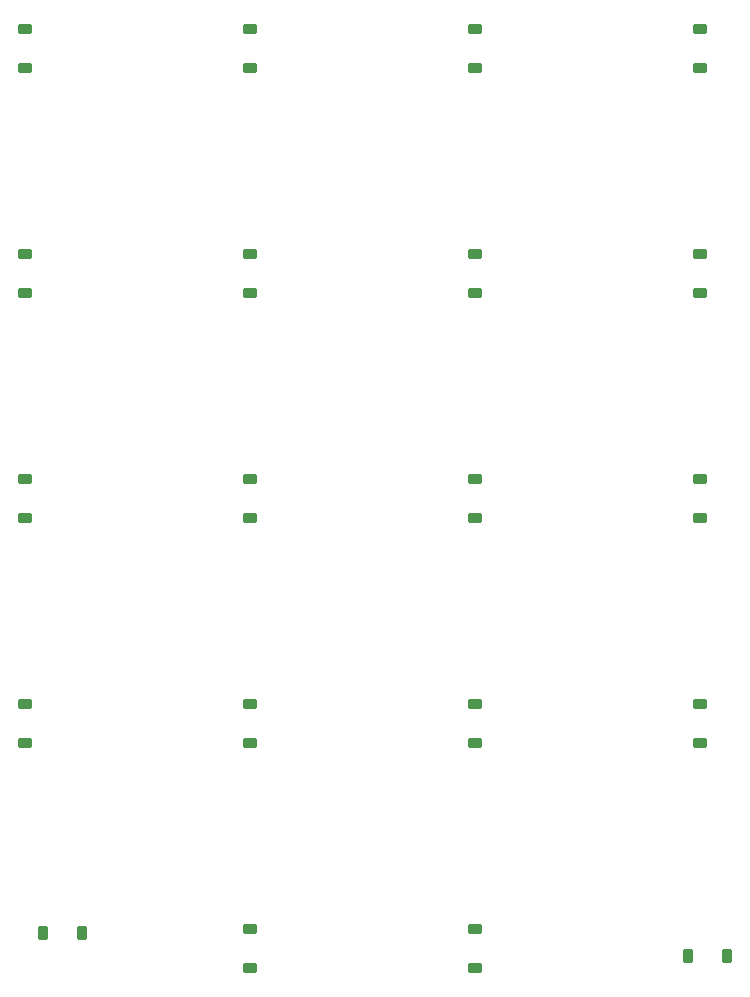
<source format=gbr>
%TF.GenerationSoftware,KiCad,Pcbnew,7.0.6*%
%TF.CreationDate,2024-02-22T13:24:58-05:00*%
%TF.ProjectId,20Key_macropad,32304b65-795f-46d6-9163-726f7061642e,rev?*%
%TF.SameCoordinates,Original*%
%TF.FileFunction,Paste,Bot*%
%TF.FilePolarity,Positive*%
%FSLAX46Y46*%
G04 Gerber Fmt 4.6, Leading zero omitted, Abs format (unit mm)*
G04 Created by KiCad (PCBNEW 7.0.6) date 2024-02-22 13:24:58*
%MOMM*%
%LPD*%
G01*
G04 APERTURE LIST*
G04 Aperture macros list*
%AMRoundRect*
0 Rectangle with rounded corners*
0 $1 Rounding radius*
0 $2 $3 $4 $5 $6 $7 $8 $9 X,Y pos of 4 corners*
0 Add a 4 corners polygon primitive as box body*
4,1,4,$2,$3,$4,$5,$6,$7,$8,$9,$2,$3,0*
0 Add four circle primitives for the rounded corners*
1,1,$1+$1,$2,$3*
1,1,$1+$1,$4,$5*
1,1,$1+$1,$6,$7*
1,1,$1+$1,$8,$9*
0 Add four rect primitives between the rounded corners*
20,1,$1+$1,$2,$3,$4,$5,0*
20,1,$1+$1,$4,$5,$6,$7,0*
20,1,$1+$1,$6,$7,$8,$9,0*
20,1,$1+$1,$8,$9,$2,$3,0*%
G04 Aperture macros list end*
%ADD10RoundRect,0.225000X-0.375000X0.225000X-0.375000X-0.225000X0.375000X-0.225000X0.375000X0.225000X0*%
%ADD11RoundRect,0.225000X-0.225000X-0.375000X0.225000X-0.375000X0.225000X0.375000X-0.225000X0.375000X0*%
%ADD12RoundRect,0.225000X0.225000X0.375000X-0.225000X0.375000X-0.225000X-0.375000X0.225000X-0.375000X0*%
G04 APERTURE END LIST*
D10*
%TO.C,D19*%
X152310000Y-140270000D03*
X152310000Y-143570000D03*
%TD*%
D11*
%TO.C,D20*%
X170345000Y-142555000D03*
X173645000Y-142555000D03*
%TD*%
D10*
%TO.C,D11*%
X152310000Y-102170000D03*
X152310000Y-105470000D03*
%TD*%
%TO.C,D9*%
X114210000Y-102170000D03*
X114210000Y-105470000D03*
%TD*%
%TO.C,D14*%
X133260000Y-121220000D03*
X133260000Y-124520000D03*
%TD*%
%TO.C,D16*%
X171360000Y-121220000D03*
X171360000Y-124520000D03*
%TD*%
%TO.C,D3*%
X152310000Y-64070000D03*
X152310000Y-67370000D03*
%TD*%
%TO.C,D7*%
X152310000Y-83120000D03*
X152310000Y-86420000D03*
%TD*%
%TO.C,D8*%
X171360000Y-83120000D03*
X171360000Y-86420000D03*
%TD*%
%TO.C,D15*%
X152310000Y-121220000D03*
X152310000Y-124520000D03*
%TD*%
D12*
%TO.C,D17*%
X119035000Y-140650000D03*
X115735000Y-140650000D03*
%TD*%
D10*
%TO.C,D13*%
X114210000Y-121220000D03*
X114210000Y-124520000D03*
%TD*%
%TO.C,D4*%
X171360000Y-64070000D03*
X171360000Y-67370000D03*
%TD*%
%TO.C,D5*%
X114210000Y-83120000D03*
X114210000Y-86420000D03*
%TD*%
%TO.C,D1*%
X114210000Y-64070000D03*
X114210000Y-67370000D03*
%TD*%
%TO.C,D18*%
X133260000Y-140270000D03*
X133260000Y-143570000D03*
%TD*%
%TO.C,D12*%
X171360000Y-102170000D03*
X171360000Y-105470000D03*
%TD*%
%TO.C,D2*%
X133260000Y-64070000D03*
X133260000Y-67370000D03*
%TD*%
%TO.C,D6*%
X133260000Y-83120000D03*
X133260000Y-86420000D03*
%TD*%
%TO.C,D10*%
X133260000Y-102170000D03*
X133260000Y-105470000D03*
%TD*%
M02*

</source>
